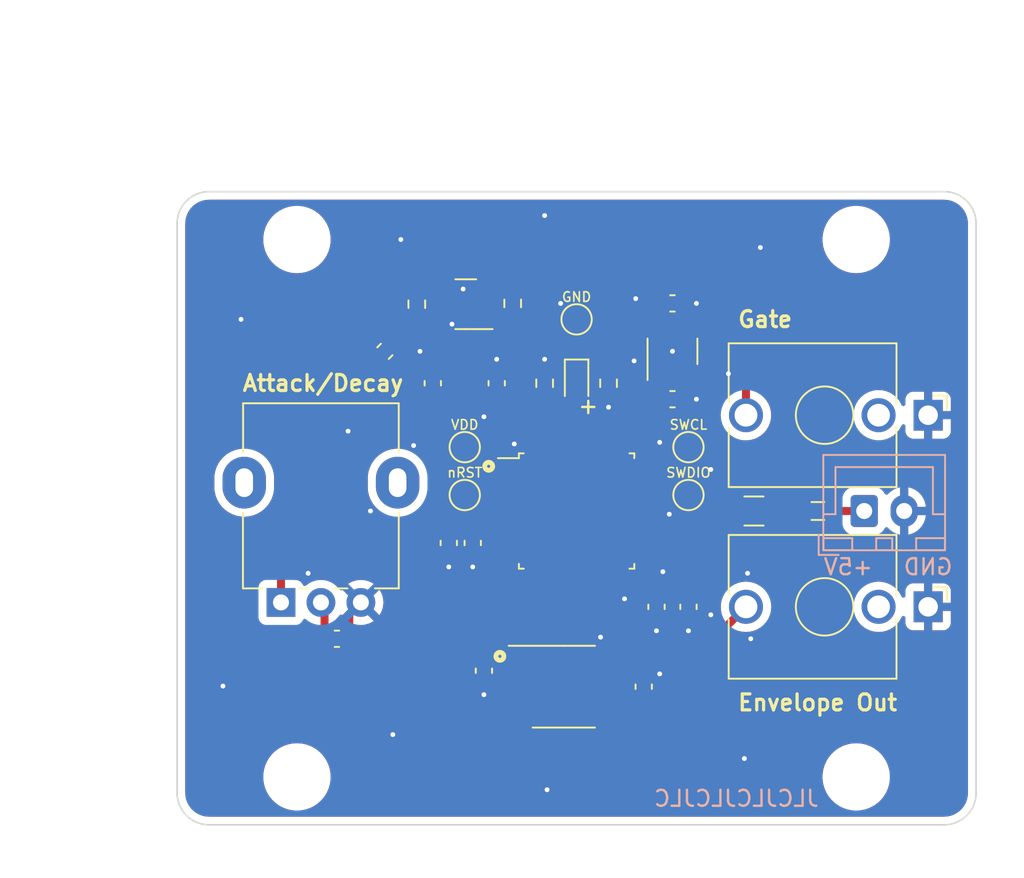
<source format=kicad_pcb>
(kicad_pcb (version 20211014) (generator pcbnew)
  (layers (0 "F.Cu" signal) (31 "B.Cu" signal) (34 "B.Paste" user) (35 "F.Paste" user) (36 "B.SilkS" user "B.Silkscreen") (37 "F.SilkS" user "F.Silkscreen") (38 "B.Mask" user) (39 "F.Mask" user) (44 "Edge.Cuts" user))
  (net 0 "")
  (net 3 "+3.3V")
  (net 6 "+3.3VA")
  (net 11 "GND")
  (net 22 "+5V")
  (net 23 "/nRST")
  (net 24 "/POT_ENV")
  (net 25 "Net-(F101-Pad1)")
  (net 26 "Net-(J103-Pad1)")
  (net 27 "Net-(J102-PadT)")
  (net 28 "/BOOT0")
  (net 29 "/SYS_SWCLK")
  (net 30 "/SYS_SWDIO")
  (net 31 "/DAC_SPI_MOSI")
  (net 32 "/DAC_SPI_SCK")
  (net 33 "/DAC_SPI_nSS")
  (net 34 "/DAC_SPI_nLDAC")
  (net 35 "Net-(D101-Pad1)")
  (net 36 "/LED")
  (net 37 "Net-(J101-PadT)")
  (net 38 "Net-(Q101-Pad1)")
  (net 39 "/GATE")
  (footprint "Fuse:Fuse_1206_3216Metric" (layer "F.Cu") (at 61.5 45.4 180)
    (fp_text reference "F101")
    (fp_text value "250mA")
    (fp_line (start -0.602064 -0.91) (end 0.602064 -0.91) (layer "F.SilkS") (width 0.12))
    (fp_line (start -0.602064 0.91) (end 0.602064 0.91) (layer "F.SilkS") (width 0.12))
    (pad "1" smd roundrect (at -1.4 0 180) (size 1.25 1.75) (layers "F.Cu" "F.Paste" "F.Mask") (roundrect_rratio 0.2) (net 25 "Net-(F101-Pad1)"))
    (pad "2" smd roundrect (at 1.4 0 180) (size 1.25 1.75) (layers "F.Cu" "F.Paste" "F.Mask") (roundrect_rratio 0.2) (net 22 "+5V"))
  )
  (footprint "Inductor_SMD:L_0805_2012Metric" (layer "F.Cu") (at 65.5 45.4 180)
    (property "Reference" "FB1")
    (property "Value" "600 @ 100MHz")
    (fp_text reference "FB101")
    (fp_text value "600 @ 100MHz")
    (fp_line (start -0.399622 0.56) (end 0.399622 0.56) (layer "F.SilkS") (width 0.12))
    (fp_line (start -0.399622 -0.56) (end 0.399622 -0.56) (layer "F.SilkS") (width 0.12))
    (pad "1" smd roundrect (at -1.0625 0 180) (size 0.875 1.2) (layers "F.Cu" "F.Paste" "F.Mask") (net 26 "Net-(J103-Pad1)"))
    (pad "2" smd roundrect (at 1.0625 0 180) (size 0.875 1.2) (layers "F.Cu" "F.Paste" "F.Mask") (net 25 "Net-(F101-Pad1)"))
  )
  (footprint "MountingHole:MountingHole_3.2mm_M3" (layer "F.Cu") (at 67.9 62.05)
    (fp_text reference "H103" hide)
    (fp_text value "MountingHole")
    (pad "" np_thru_hole circle (at 0 0) (size 3.2 3.2) (drill 3.2) (layers *.Cu *.Mask))
  )
  (footprint "Capacitor_SMD:C_0603_1608Metric" (layer "F.Cu") (at 41.4 37.4 90)
    (fp_text reference "C105")
    (fp_text value "100nF")
    (fp_line (start -0.14058 -0.51) (end 0.14058 -0.51) (layer "F.SilkS") (width 0.12))
    (fp_line (start -0.14058 0.51) (end 0.14058 0.51) (layer "F.SilkS") (width 0.12))
    (pad "1" smd roundrect (at -0.775 0 90) (size 0.9 0.95) (layers "F.Cu" "F.Paste" "F.Mask") (net 23 "/nRST"))
    (pad "2" smd roundrect (at 0.775 0 90) (size 0.9 0.95) (layers "F.Cu" "F.Paste" "F.Mask") (net 11 "GND"))
  )
  (footprint "Capacitor_SMD:C_0603_1608Metric" (layer "F.Cu") (at 57.4 51.4 -90)
    (fp_text reference "C104")
    (fp_text value "4.7uF")
    (fp_line (start -0.14058 -0.51) (end 0.14058 -0.51) (layer "F.SilkS") (width 0.12))
    (fp_line (start -0.14058 0.51) (end 0.14058 0.51) (layer "F.SilkS") (width 0.12))
    (pad "1" smd roundrect (at -0.775 0 270) (size 0.9 0.95) (layers "F.Cu" "F.Paste" "F.Mask") (net 3 "+3.3V"))
    (pad "2" smd roundrect (at 0.775 0 270) (size 0.9 0.95) (layers "F.Cu" "F.Paste" "F.Mask") (net 11 "GND"))
  )
  (footprint "Connector_Audio:Jack_3.5mm_QingPu_WQP-PJ398SM_Vertical_CircularHoles" (layer "F.Cu") (at 72.4 39.4 -90)
    (fp_text reference "J101")
    (fp_text value "GATE IN")
    (fp_line (start 4.5 12.48) (end 0.8 12.48) (layer "F.SilkS") (width 0.12))
    (fp_line (start -4.5 1.98) (end -4.5 12.48) (layer "F.SilkS") (width 0.12))
    (fp_line (start 4.5 1.98) (end 0.72 1.98) (layer "F.SilkS") (width 0.12))
    (fp_line (start -1.23 -1.17) (end -0.37 -1.17) (layer "F.SilkS") (width 0.12))
    (fp_line (start -1.23 -1.17) (end -1.23 -0.37) (layer "F.SilkS") (width 0.12))
    (fp_line (start 4.5 1.98) (end 4.5 12.48) (layer "F.SilkS") (width 0.12))
    (fp_line (start -0.8 12.48) (end -4.5 12.48) (layer "F.SilkS") (width 0.12))
    (fp_line (start -0.72 1.98) (end -4.5 1.98) (layer "F.SilkS") (width 0.12))
    (fp_circle (center 0 6.48) (end 1.8 6.48) (layer "F.SilkS") (width 0.12) (fill none))
    (pad "S" thru_hole rect (at 0 0 90) (size 1.93 1.83) (drill 1.22) (layers *.Cu *.Mask) (net 11 "GND"))
    (pad "T" thru_hole circle (at 0 11.4 90) (size 2.13 2.13) (drill 1.43) (layers *.Cu *.Mask) (net 37 "Net-(J101-PadT)"))
    (pad "TN" thru_hole circle (at 0 3.1 90) (size 2.13 2.13) (drill 1.42) (layers *.Cu *.Mask))
    (zone (net 0) (net_name "") (layer "F.Cu") (connect_pads (clearance 0)) (min_thickness 0.254)
      (keepout (tracks not_allowed) (vias not_allowed) (pads not_allowed) (copperpour not_allowed) (footprints not_allowed))
      (fill (thermal_gap 0.508) (thermal_bridge_width 0.508))
      (polygon (pts (xy 65.92 40.905141) (xy 66.165829 40.88493) (xy 66.405055 40.824841) (xy 66.631256 40.726486) (xy 66.838355 40.592508) (xy 67.02079 40.426504) (xy 67.173664 40.232932) (xy 67.292869 40.016992) (xy 67.375206 39.784482) (xy 67.418461 39.541646) (xy 67.421475 39.295007) (xy 67.384165 39.051187) (xy 67.307534 38.816734) (xy 67.19364 38.597946) (xy 67.045542 38.400697) (xy 66.867216 38.230286) (xy 66.663452 38.091288) (xy 66.439722 37.987436) (xy 66.202035 37.921519) (xy 65.956774 37.895308) (xy 65.710525 37.909507) (xy 65.469901 37.963734) (xy 65.241366 38.056532) (xy 65.031055 38.185411) (xy 64.844618 38.346908) (xy 64.687061 38.536687) (xy 64.562615 38.74965) (xy 64.474623 38.980079) (xy 64.425447 39.221785) (xy 64.416408 39.468278) (xy 64.44775 39.712936) (xy 64.51863 39.949191) (xy 64.627144 40.170697) (xy 64.770379 40.371505) (xy 64.944488 40.546223) (xy 65.144795 40.690158) (xy 65.365921 40.799445) (xy 65.601926 40.871149) (xy 65.846474 40.903344)))
    )
  )
  (footprint "TestPoint:TestPoint_Pad_D1.5mm" (layer "F.Cu") (at 50.4 33.4)
    (fp_text reference "TP103")
    (fp_text value "GND")
    (fp_circle (center 0 0) (end 0 0.95) (layer "F.SilkS") (width 0.12) (fill none))
    (pad "1" smd circle (at 0 0) (size 1.5 1.5) (layers "F.Cu" "F.Mask") (net 11 "GND"))
  )
  (footprint "Connector_Audio:Jack_3.5mm_QingPu_WQP-PJ398SM_Vertical_CircularHoles" (layer "F.Cu") (at 72.4 51.4 -90)
    (fp_text reference "J102")
    (fp_text value "ENV_OUT")
    (fp_line (start -1.23 -1.17) (end -1.23 -0.37) (layer "F.SilkS") (width 0.12))
    (fp_line (start -1.23 -1.17) (end -0.37 -1.17) (layer "F.SilkS") (width 0.12))
    (fp_line (start 4.5 1.98) (end 0.72 1.98) (layer "F.SilkS") (width 0.12))
    (fp_line (start -4.5 1.98) (end -4.5 12.48) (layer "F.SilkS") (width 0.12))
    (fp_line (start 4.5 1.98) (end 4.5 12.48) (layer "F.SilkS") (width 0.12))
    (fp_line (start -0.8 12.48) (end -4.5 12.48) (layer "F.SilkS") (width 0.12))
    (fp_line (start 4.5 12.48) (end 0.8 12.48) (layer "F.SilkS") (width 0.12))
    (fp_line (start -0.72 1.98) (end -4.5 1.98) (layer "F.SilkS") (width 0.12))
    (fp_circle (center 0 6.48) (end 1.8 6.48) (layer "F.SilkS") (width 0.12) (fill none))
    (pad "S" thru_hole rect (at 0 0 90) (size 1.93 1.83) (drill 1.22) (layers *.Cu *.Mask) (net 11 "GND"))
    (pad "T" thru_hole circle (at 0 11.4 90) (size 2.13 2.13) (drill 1.43) (layers *.Cu *.Mask) (net 27 "Net-(J102-PadT)"))
    (pad "TN" thru_hole circle (at 0 3.1 90) (size 2.13 2.13) (drill 1.42) (layers *.Cu *.Mask))
    (zone (net 0) (net_name "") (layer "F.Cu") (connect_pads (clearance 0)) (min_thickness 0.254)
      (keepout (tracks not_allowed) (vias not_allowed) (pads not_allowed) (copperpour not_allowed) (footprints not_allowed))
      (fill (thermal_gap 0.508) (thermal_bridge_width 0.508))
      (polygon (pts (xy 65.92 52.905141) (xy 66.165829 52.88493) (xy 66.405055 52.824841) (xy 66.631256 52.726486) (xy 66.838355 52.592508) (xy 67.02079 52.426504) (xy 67.173664 52.232932) (xy 67.292869 52.016992) (xy 67.375206 51.784482) (xy 67.418461 51.541646) (xy 67.421475 51.295007) (xy 67.384165 51.051187) (xy 67.307534 50.816734) (xy 67.19364 50.597946) (xy 67.045542 50.400697) (xy 66.867216 50.230286) (xy 66.663452 50.091288) (xy 66.439722 49.987436) (xy 66.202035 49.921519) (xy 65.956774 49.895308) (xy 65.710525 49.909507) (xy 65.469901 49.963734) (xy 65.241366 50.056532) (xy 65.031055 50.185411) (xy 64.844618 50.346908) (xy 64.687061 50.536687) (xy 64.562615 50.74965) (xy 64.474623 50.980079) (xy 64.425447 51.221785) (xy 64.416408 51.468278) (xy 64.44775 51.712936) (xy 64.51863 51.949191) (xy 64.627144 52.170697) (xy 64.770379 52.371505) (xy 64.944488 52.546223) (xy 65.144795 52.690158) (xy 65.365921 52.799445) (xy 65.601926 52.871149) (xy 65.846474 52.903344)))
    )
  )
  (footprint "Inductor_SMD:L_0603_1608Metric" (layer "F.Cu") (at 38.4 35.4 -135)
    (fp_text reference "L101")
    (fp_text value "39nH")
    (fp_line (start -0.162779 0.51) (end 0.162779 0.51) (layer "F.SilkS") (width 0.12))
    (fp_line (start -0.162779 -0.51) (end 0.162779 -0.51) (layer "F.SilkS") (width 0.12))
    (pad "1" smd roundrect (at -0.7875 0 225) (size 0.875 0.95) (layers "F.Cu" "F.Paste" "F.Mask") (net 3 "+3.3V"))
    (pad "2" smd roundrect (at 0.7875 0 225) (size 0.875 0.95) (layers "F.Cu" "F.Paste" "F.Mask") (net 6 "+3.3VA"))
  )
  (footprint "Capacitor_SMD:C_0603_1608Metric" (layer "F.Cu") (at 35.4 53.4)
    (fp_text reference "C109")
    (fp_text value "100nF")
    (fp_line (start -0.14058 -0.51) (end 0.14058 -0.51) (layer "F.SilkS") (width 0.12))
    (fp_line (start -0.14058 0.51) (end 0.14058 0.51) (layer "F.SilkS") (width 0.12))
    (pad "1" smd roundrect (at -0.775 0) (size 0.9 0.95) (layers "F.Cu" "F.Paste" "F.Mask") (net 24 "/POT_ENV"))
    (pad "2" smd roundrect (at 0.775 0) (size 0.9 0.95) (layers "F.Cu" "F.Paste" "F.Mask") (net 11 "GND"))
  )
  (footprint "TestPoint:TestPoint_Pad_D1.5mm" (layer "F.Cu") (at 57.4 41.4)
    (fp_text reference "TP102")
    (fp_text value "SWCLK")
    (fp_circle (center 0 0) (end 0 0.95) (layer "F.SilkS") (width 0.12) (fill none))
    (pad "1" smd circle (at 0 0) (size 1.5 1.5) (layers "F.Cu" "F.Mask") (net 29 "/SYS_SWCLK"))
  )
  (footprint "Capacitor_SMD:C_0603_1608Metric" (layer "F.Cu") (at 54.6 56.4 90)
    (fp_text reference "C111")
    (fp_text value "100nF")
    (fp_line (start -0.14058 -0.51) (end 0.14058 -0.51) (layer "F.SilkS") (width 0.12))
    (fp_line (start -0.14058 0.51) (end 0.14058 0.51) (layer "F.SilkS") (width 0.12))
    (pad "1" smd roundrect (at -0.775 0 90) (size 0.9 0.95) (layers "F.Cu" "F.Paste" "F.Mask") (net 22 "+5V"))
    (pad "2" smd roundrect (at 0.775 0 90) (size 0.9 0.95) (layers "F.Cu" "F.Paste" "F.Mask") (net 11 "GND"))
  )
  (footprint "Capacitor_SMD:C_0603_1608Metric" (layer "F.Cu") (at 42.4 47.4 -90)
    (fp_text reference "C102")
    (fp_text value "10nF")
    (fp_line (start -0.14058 0.51) (end 0.14058 0.51) (layer "F.SilkS") (width 0.12))
    (fp_line (start -0.14058 -0.51) (end 0.14058 -0.51) (layer "F.SilkS") (width 0.12))
    (pad "1" smd roundrect (at -0.775 0 270) (size 0.9 0.95) (layers "F.Cu" "F.Paste" "F.Mask") (net 6 "+3.3VA"))
    (pad "2" smd roundrect (at 0.775 0 270) (size 0.9 0.95) (layers "F.Cu" "F.Paste" "F.Mask") (net 11 "GND"))
  )
  (footprint "Capacitor_SMD:C_0603_1608Metric" (layer "F.Cu") (at 55.4 51.4 -90)
    (fp_text reference "C106")
    (fp_text value "100nF")
    (fp_line (start -0.14058 -0.51) (end 0.14058 -0.51) (layer "F.SilkS") (width 0.12))
    (fp_line (start -0.14058 0.51) (end 0.14058 0.51) (layer "F.SilkS") (width 0.12))
    (pad "1" smd roundrect (at -0.775 0 270) (size 0.9 0.95) (layers "F.Cu" "F.Paste" "F.Mask") (net 3 "+3.3V"))
    (pad "2" smd roundrect (at 0.775 0 270) (size 0.9 0.95) (layers "F.Cu" "F.Paste" "F.Mask") (net 11 "GND"))
  )
  (footprint "TestPoint:TestPoint_Pad_D1.5mm" (layer "F.Cu") (at 43.4 41.4)
    (fp_text reference "TP101")
    (fp_text value "VDD")
    (fp_circle (center 0 0) (end 0 0.95) (layer "F.SilkS") (width 0.12) (fill none))
    (pad "1" smd circle (at 0 0) (size 1.5 1.5) (layers "F.Cu" "F.Mask") (net 3 "+3.3V"))
  )
  (footprint "Package_TO_SOT_SMD:SOT-23" (layer "F.Cu") (at 43.4625 32.45 180)
    (fp_text reference "Q101")
    (fp_text value "MMBT3904")
    (fp_line (start 0 1.56) (end 0.65 1.56) (layer "F.SilkS") (width 0.12))
    (fp_line (start 0 -1.56) (end -1.675 -1.56) (layer "F.SilkS") (width 0.12))
    (fp_line (start 0 -1.56) (end 0.65 -1.56) (layer "F.SilkS") (width 0.12))
    (fp_line (start 0 1.56) (end -0.65 1.56) (layer "F.SilkS") (width 0.12))
    (pad "1" smd roundrect (at -0.9375 -0.95 180) (size 1.475 0.6) (layers "F.Cu" "F.Paste" "F.Mask") (net 38 "Net-(Q101-Pad1)"))
    (pad "2" smd roundrect (at -0.9375 0.95 180) (size 1.475 0.6) (layers "F.Cu" "F.Paste" "F.Mask") (net 11 "GND"))
    (pad "3" smd roundrect (at 0.9375 0 180) (size 1.475 0.6) (layers "F.Cu" "F.Paste" "F.Mask") (net 39 "/GATE"))
  )
  (footprint "MountingHole:MountingHole_3.2mm_M3" (layer "F.Cu") (at 67.9 28.4)
    (fp_text reference "H102" hide)
    (fp_text value "MountingHole")
    (pad "" np_thru_hole circle (at 0 0) (size 3.2 3.2) (drill 3.2) (layers *.Cu *.Mask))
  )
  (footprint "TestPoint:TestPoint_Pad_D1.5mm" (layer "F.Cu") (at 43.4 44.4)
    (fp_text reference "TP105")
    (fp_text value "nRST")
    (fp_circle (center 0 0) (end 0 0.95) (layer "F.SilkS") (width 0.12) (fill none))
    (pad "1" smd circle (at 0 0) (size 1.5 1.5) (layers "F.Cu" "F.Mask") (net 23 "/nRST"))
  )
  (footprint "Resistor_SMD:R_0603_1608Metric" (layer "F.Cu") (at 46.4 32.4 -90)
    (fp_text reference "R103")
    (fp_text value "100k")
    (fp_line (start -0.237258 -0.5225) (end 0.237258 -0.5225) (layer "F.SilkS") (width 0.12))
    (fp_line (start -0.237258 0.5225) (end 0.237258 0.5225) (layer "F.SilkS") (width 0.12))
    (pad "1" smd roundrect (at -0.825 0 270) (size 0.8 0.95) (layers "F.Cu" "F.Paste" "F.Mask") (net 37 "Net-(J101-PadT)"))
    (pad "2" smd roundrect (at 0.825 0 270) (size 0.8 0.95) (layers "F.Cu" "F.Paste" "F.Mask") (net 38 "Net-(Q101-Pad1)"))
  )
  (footprint "Capacitor_SMD:C_0603_1608Metric" (layer "F.Cu") (at 45.4 37.4 90)
    (fp_text reference "C107")
    (fp_text value "100nF")
    (fp_line (start -0.14058 -0.51) (end 0.14058 -0.51) (layer "F.SilkS") (width 0.12))
    (fp_line (start -0.14058 0.51) (end 0.14058 0.51) (layer "F.SilkS") (width 0.12))
    (pad "1" smd roundrect (at -0.775 0 90) (size 0.9 0.95) (layers "F.Cu" "F.Paste" "F.Mask") (net 3 "+3.3V"))
    (pad "2" smd roundrect (at 0.775 0 90) (size 0.9 0.95) (layers "F.Cu" "F.Paste" "F.Mask") (net 11 "GND"))
  )
  (footprint "Capacitor_SMD:C_0603_1608Metric" (layer "F.Cu") (at 44.6 55.4 -90)
    (fp_text reference "C110")
    (fp_text value "100nF")
    (fp_line (start -0.14058 0.51) (end 0.14058 0.51) (layer "F.SilkS") (width 0.12))
    (fp_line (start -0.14058 -0.51) (end 0.14058 -0.51) (layer "F.SilkS") (width 0.12))
    (pad "1" smd roundrect (at -0.775 0 270) (size 0.9 0.95) (layers "F.Cu" "F.Paste" "F.Mask") (net 22 "+5V"))
    (pad "2" smd roundrect (at 0.775 0 270) (size 0.9 0.95) (layers "F.Cu" "F.Paste" "F.Mask") (net 11 "GND"))
  )
  (footprint "Capacitor_SMD:C_0603_1608Metric" (layer "F.Cu") (at 56.4 38.4)
    (fp_text reference "C103")
    (fp_text value "1uF")
    (fp_line (start -0.14058 0.51) (end 0.14058 0.51) (layer "F.SilkS") (width 0.12))
    (fp_line (start -0.14058 -0.51) (end 0.14058 -0.51) (layer "F.SilkS") (width 0.12))
    (pad "1" smd roundrect (at -0.775 0) (size 0.9 0.95) (layers "F.Cu" "F.Paste" "F.Mask") (net 22 "+5V"))
    (pad "2" smd roundrect (at 0.775 0) (size 0.9 0.95) (layers "F.Cu" "F.Paste" "F.Mask") (net 11 "GND"))
  )
  (footprint "Package_QFP:LQFP-32_7x7mm_P0.8mm" (layer "F.Cu") (at 50.4 45.4)
    (fp_text reference "U101")
    (fp_text value "STM32F030K6T6")
    (fp_line (start -3.61 3.61) (end -3.61 3.31) (layer "F.SilkS") (width 0.12))
    (fp_line (start 3.31 -3.61) (end 3.61 -3.61) (layer "F.SilkS") (width 0.12))
    (fp_line (start -3.31 -3.61) (end -3.61 -3.61) (layer "F.SilkS") (width 0.12))
    (fp_line (start -3.61 -3.31) (end -4.925 -3.31) (layer "F.SilkS") (width 0.12))
    (fp_line (start 3.61 3.61) (end 3.61 3.31) (layer "F.SilkS") (width 0.12))
    (fp_line (start -3.31 3.61) (end -3.61 3.61) (layer "F.SilkS") (width 0.12))
    (fp_line (start 3.31 3.61) (end 3.61 3.61) (layer "F.SilkS") (width 0.12))
    (fp_line (start 3.61 -3.61) (end 3.61 -3.31) (layer "F.SilkS") (width 0.12))
    (fp_line (start -3.61 -3.61) (end -3.61 -3.31) (layer "F.SilkS") (width 0.12))
    (pad "1" smd roundrect (at -4.175 -2.8) (size 1.5 0.5) (layers "F.Cu" "F.Paste" "F.Mask") (net 3 "+3.3V"))
    (pad "2" smd roundrect (at -4.175 -2) (size 1.5 0.5) (layers "F.Cu" "F.Paste" "F.Mask"))
    (pad "3" smd roundrect (at -4.175 -1.2) (size 1.5 0.5) (layers "F.Cu" "F.Paste" "F.Mask"))
    (pad "4" smd roundrect (at -4.175 -0.4) (size 1.5 0.5) (layers "F.Cu" "F.Paste" "F.Mask") (net 23 "/nRST"))
    (pad "5" smd roundrect (at -4.175 0.4) (size 1.5 0.5) (layers "F.Cu" "F.Paste" "F.Mask") (net 6 "+3.3VA"))
    (pad "6" smd roundrect (at -4.175 1.2) (size 1.5 0.5) (layers "F.Cu" "F.Paste" "F.Mask") (net 24 "/POT_ENV"))
    (pad "7" smd roundrect (at -4.175 2) (size 1.5 0.5) (layers "F.Cu" "F.Paste" "F.Mask"))
    (pad "8" smd roundrect (at -4.175 2.8) (size 1.5 0.5) (layers "F.Cu" "F.Paste" "F.Mask") (net 39 "/GATE"))
    (pad "9" smd roundrect (at -2.8 4.175) (size 0.5 1.5) (layers "F.Cu" "F.Paste" "F.Mask") (net 33 "/DAC_SPI_nSS"))
    (pad "10" smd roundrect (at -2 4.175) (size 0.5 1.5) (layers "F.Cu" "F.Paste" "F.Mask"))
    (pad "11" smd roundrect (at -1.2 4.175) (size 0.5 1.5) (layers "F.Cu" "F.Paste" "F.Mask") (net 32 "/DAC_SPI_SCK"))
    (pad "12" smd roundrect (at -0.4 4.175) (size 0.5 1.5) (layers "F.Cu" "F.Paste" "F.Mask"))
    (pad "13" smd roundrect (at 0.4 4.175) (size 0.5 1.5) (layers "F.Cu" "F.Paste" "F.Mask") (net 31 "/DAC_SPI_MOSI"))
    (pad "14" smd roundrect (at 1.2 4.175) (size 0.5 1.5) (layers "F.Cu" "F.Paste" "F.Mask"))
    (pad "15" smd roundrect (at 2 4.175) (size 0.5 1.5) (layers "F.Cu" "F.Paste" "F.Mask") (net 34 "/DAC_SPI_nLDAC"))
    (pad "16" smd roundrect (at 2.8 4.175) (size 0.5 1.5) (layers "F.Cu" "F.Paste" "F.Mask") (net 11 "GND"))
    (pad "17" smd roundrect (at 4.175 2.8) (size 1.5 0.5) (layers "F.Cu" "F.Paste" "F.Mask") (net 3 "+3.3V"))
    (pad "18" smd roundrect (at 4.175 2) (size 1.5 0.5) (layers "F.Cu" "F.Paste" "F.Mask"))
    (pad "19" smd roundrect (at 4.175 1.2) (size 1.5 0.5) (layers "F.Cu" "F.Paste" "F.Mask"))
    (pad "20" smd roundrect (at 4.175 0.4) (size 1.5 0.5) (layers "F.Cu" "F.Paste" "F.Mask"))
    (pad "21" smd roundrect (at 4.175 -0.4) (size 1.5 0.5) (layers "F.Cu" "F.Paste" "F.Mask"))
    (pad "22" smd roundrect (at 4.175 -1.2) (size 1.5 0.5) (layers "F.Cu" "F.Paste" "F.Mask"))
    (pad "23" smd roundrect (at 4.175 -2) (size 1.5 0.5) (layers "F.Cu" "F.Paste" "F.Mask") (net 30 "/SYS_SWDIO"))
    (pad "24" smd roundrect (at 4.175 -2.8) (size 1.5 0.5) (layers "F.Cu" "F.Paste" "F.Mask") (net 29 "/SYS_SWCLK"))
    (pad "25" smd roundrect (at 2.8 -4.175) (size 0.5 1.5) (layers "F.Cu" "F.Paste" "F.Mask"))
    (pad "26" smd roundrect (at 2 -4.175) (size 0.5 1.5) (layers "F.Cu" "F.Paste" "F.Mask"))
    (pad "27" smd roundrect (at 1.2 -4.175) (size 0.5 1.5) (layers "F.Cu" "F.Paste" "F.Mask") (net 36 "/LED"))
    (pad "28" smd roundrect (at 0.4 -4.175) (size 0.5 1.5) (layers "F.Cu" "F.Paste" "F.Mask"))
    (pad "29" smd roundrect (at -0.4 -4.175) (size 0.5 1.5) (layers "F.Cu" "F.Paste" "F.Mask"))
    (pad "30" smd roundrect (at -1.2 -4.175) (size 0.5 1.5) (layers "F.Cu" "F.Paste" "F.Mask"))
    (pad "31" smd roundrect (at -2 -4.175) (size 0.5 1.5) (layers "F.Cu" "F.Paste" "F.Mask") (net 28 "/BOOT0"))
    (pad "32" smd roundrect (at -2.8 -4.175) (size 0.5 1.5) (layers "F.Cu" "F.Paste" "F.Mask") (net 11 "GND"))
  )
  (footprint "Capacitor_SMD:C_0603_1608Metric" (layer "F.Cu") (at 56.4 32.4)
    (fp_text reference "C108")
    (fp_text value "1uF")
    (fp_line (start -0.14058 -0.51) (end 0.14058 -0.51) (layer "F.SilkS") (width 0.12))
    (fp_line (start -0.14058 0.51) (end 0.14058 0.51) (layer "F.SilkS") (width 0.12))
    (pad "1" smd roundrect (at -0.775 0) (size 0.9 0.95) (layers "F.Cu" "F.Paste" "F.Mask") (net 3 "+3.3V"))
    (pad "2" smd roundrect (at 0.775 0) (size 0.9 0.95) (layers "F.Cu" "F.Paste" "F.Mask") (net 11 "GND"))
  )
  (footprint "Capacitor_SMD:C_0603_1608Metric" (layer "F.Cu") (at 43.9 47.4 -90)
    (fp_text reference "C101")
    (fp_text value "1uF")
    (fp_line (start -0.14058 -0.51) (end 0.14058 -0.51) (layer "F.SilkS") (width 0.12))
    (fp_line (start -0.14058 0.51) (end 0.14058 0.51) (layer "F.SilkS") (width 0.12))
    (pad "1" smd roundrect (at -0.775 0 270) (size 0.9 0.95) (layers "F.Cu" "F.Paste" "F.Mask") (net 6 "+3.3VA"))
    (pad "2" smd roundrect (at 0.775 0 270) (size 0.9 0.95) (layers "F.Cu" "F.Paste" "F.Mask") (net 11 "GND"))
  )
  (footprint "MountingHole:MountingHole_3.2mm_M3" (layer "F.Cu") (at 32.9 62.05)
    (fp_text reference "H104" hide)
    (fp_text value "MountingHole")
    (pad "" np_thru_hole circle (at 0 0) (size 3.2 3.2) (drill 3.2) (layers *.Cu *.Mask))
  )
  (footprint "Potentiometer_THT:Potentiometer_Alpha_RD901F-40-00D_Single_Vertical" (layer "F.Cu") (at 31.9 51.125 90)
    (fp_text reference "RV101")
    (fp_text value "ENV")
    (fp_line (start 12.47 7.37) (end 12.47 -2.37) (layer "F.SilkS") (width 0.12))
    (fp_line (start 0.88 4.16) (end 0.88 3.33) (layer "F.SilkS") (width 0.12))
    (fp_line (start 9.41 7.37) (end 12.47 7.37) (layer "F.SilkS") (width 0.12))
    (fp_line (start 0.88 -1.19) (end 0.88 -2.37) (layer "F.SilkS") (width 0.12))
    (fp_line (start 0.88 -2.38) (end 5.6 -2.38) (layer "F.SilkS") (width 0.12))
    (fp_line (start 9.41 -2.37) (end 12.47 -2.37) (layer "F.SilkS") (width 0.12))
    (fp_line (start 0.88 7.37) (end 0.88 5.88) (layer "F.SilkS") (width 0.12))
    (fp_line (start 0.88 7.37) (end 5.6 7.37) (layer "F.SilkS") (width 0.12))
    (fp_line (start 0.88 1.71) (end 0.88 1.18) (layer "F.SilkS") (width 0.12))
    (pad "" thru_hole oval (at 7.5 7.3 180) (size 2.72 3.24) (drill oval 1.1 1.8) (layers *.Cu *.Mask))
    (pad "" thru_hole oval (at 7.5 -2.3 180) (size 2.72 3.24) (drill oval 1.1 1.8) (layers *.Cu *.Mask))
    (pad "1" thru_hole rect (at 0 0 180) (size 1.8 1.8) (drill 1) (layers *.Cu *.Mask) (net 6 "+3.3VA"))
    (pad "2" thru_hole circle (at 0 2.5 180) (size 1.8 1.8) (drill 1) (layers *.Cu *.Mask) (net 24 "/POT_ENV"))
    (pad "3" thru_hole circle (at 0 5 180) (size 1.8 1.8) (drill 1) (layers *.Cu *.Mask) (net 11 "GND"))
  )
  (footprint "Package_TO_SOT_SMD:SOT-23-5" (layer "F.Cu") (at 56.4 35.4 90)
    (fp_text reference "U103")
    (fp_text value "BU33SD5WG-TR")
    (fp_line (start 0 1.56) (end 0.8 1.56) (layer "F.SilkS") (width 0.12))
    (fp_line (start 0 -1.56) (end -1.8 -1.56) (layer "F.SilkS") (width 0.12))
    (fp_line (start 0 1.56) (end -0.8 1.56) (layer "F.SilkS") (width 0.12))
    (fp_line (start 0 -1.56) (end 0.8 -1.56) (layer "F.SilkS") (width 0.12))
    (pad "1" smd roundrect (at -1.1375 -0.95 90) (size 1.325 0.6) (layers "F.Cu" "F.Paste" "F.Mask") (net 22 "+5V"))
    (pad "2" smd roundrect (at -1.1375 0 90) (size 1.325 0.6) (layers "F.Cu" "F.Paste" "F.Mask") (net 11 "GND"))
    (pad "3" smd roundrect (at -1.1375 0.95 90) (size 1.325 0.6) (layers "F.Cu" "F.Paste" "F.Mask") (net 22 "+5V"))
    (pad "4" smd roundrect (at 1.1375 0.95 90) (size 1.325 0.6) (layers "F.Cu" "F.Paste" "F.Mask"))
    (pad "5" smd roundrect (at 1.1375 -0.95 90) (size 1.325 0.6) (layers "F.Cu" "F.Paste" "F.Mask") (net 3 "+3.3V"))
  )
  (footprint "TestPoint:TestPoint_Pad_D1.5mm" (layer "F.Cu") (at 57.4 44.4)
    (fp_text reference "TP104")
    (fp_text value "SWDIO")
    (fp_circle (center 0 0) (end 0 0.95) (layer "F.SilkS") (width 0.12) (fill none))
    (pad "1" smd circle (at 0 0) (size 1.5 1.5) (layers "F.Cu" "F.Mask") (net 30 "/SYS_SWDIO"))
  )
  (footprint "Resistor_SMD:R_0603_1608Metric" (layer "F.Cu") (at 40.4 32.45 90)
    (fp_text reference "R104")
    (fp_text value "10k")
    (fp_line (start -0.237258 0.5225) (end 0.237258 0.5225) (layer "F.SilkS") (width 0.12))
    (fp_line (start -0.237258 -0.5225) (end 0.237258 -0.5225) (layer "F.SilkS") (width 0.12))
    (pad "1" smd roundrect (at -0.825 0 90) (size 0.8 0.95) (layers "F.Cu" "F.Paste" "F.Mask") (net 3 "+3.3V"))
    (pad "2" smd roundrect (at 0.825 0 90) (size 0.8 0.95) (layers "F.Cu" "F.Paste" "F.Mask") (net 39 "/GATE"))
  )
  (footprint "Resistor_SMD:R_0603_1608Metric" (layer "F.Cu") (at 48.4 37.4 90)
    (fp_text reference "R101")
    (fp_text value "100k")
    (fp_line (start -0.237258 0.5225) (end 0.237258 0.5225) (layer "F.SilkS") (width 0.12))
    (fp_line (start -0.237258 -0.5225) (end 0.237258 -0.5225) (layer "F.SilkS") (width 0.12))
    (pad "1" smd roundrect (at -0.825 0 90) (size 0.8 0.95) (layers "F.Cu" "F.Paste" "F.Mask") (net 28 "/BOOT0"))
    (pad "2" smd roundrect (at 0.825 0 90) (size 0.8 0.95) (layers "F.Cu" "F.Paste" "F.Mask") (net 11 "GND"))
  )
  (footprint "LED_SMD:LED_0603_1608Metric" (layer "F.Cu") (at 50.4 37.4 -90)
    (fp_text reference "D101")
    (fp_text value "GREEN")
    (fp_line (start -1.485 -0.735) (end -1.485 0.735) (layer "F.SilkS") (width 0.12))
    (fp_line (start 0.8 -0.735) (end -1.485 -0.735) (layer "F.SilkS") (width 0.12))
    (fp_line (start -1.485 0.735) (end 0.8 0.735) (layer "F.SilkS") (width 0.12))
    (pad "1" smd roundrect (at -0.7875 0 270) (size 0.875 0.95) (layers "F.Cu" "F.Paste" "F.Mask") (net 35 "Net-(D101-Pad1)"))
    (pad "2" smd roundrect (at 0.7875 0 270) (size 0.875 0.95) (layers "F.Cu" "F.Paste" "F.Mask") (net 36 "/LED"))
  )
  (footprint "Package_SO:SOIC-8_3.9x4.9mm_P1.27mm" (layer "F.Cu") (at 49.6 56.4)
    (fp_text reference "U102")
    (fp_text value "MCP4901-E/SN")
    (fp_line (start 0 2.56) (end 1.95 2.56) (layer "F.SilkS") (width 0.12))
    (fp_line (start 0 -2.56) (end 1.95 -2.56) (layer "F.SilkS") (width 0.12))
    (fp_line (start 0 2.56) (end -1.95 2.56) (layer "F.SilkS") (width 0.12))
    (fp_line (start 0 -2.56) (end -3.45 -2.56) (layer "F.SilkS") (width 0.12))
    (pad "1" smd roundrect (at -2.475 -1.905) (size 1.95 0.6) (layers "F.Cu" "F.Paste" "F.Mask") (net 22 "+5V"))
    (pad "2" smd roundrect (at -2.475 -0.635) (size 1.95 0.6) (layers "F.Cu" "F.Paste" "F.Mask") (net 33 "/DAC_SPI_nSS"))
    (pad "3" smd roundrect (at -2.475 0.635) (size 1.95 0.6) (layers "F.Cu" "F.Paste" "F.Mask") (net 32 "/DAC_SPI_SCK"))
    (pad "4" smd roundrect (at -2.475 1.905) (size 1.95 0.6) (layers "F.Cu" "F.Paste" "F.Mask") (net 31 "/DAC_SPI_MOSI"))
    (pad "5" smd roundrect (at 2.475 1.905) (size 1.95 0.6) (layers "F.Cu" "F.Paste" "F.Mask") (net 34 "/DAC_SPI_nLDAC"))
    (pad "6" smd roundrect (at 2.475 0.635) (size 1.95 0.6) (layers "F.Cu" "F.Paste" "F.Mask") (net 22 "+5V"))
    (pad "7" smd roundrect (at 2.475 -0.635) (size 1.95 0.6) (layers "F.Cu" "F.Paste" "F.Mask") (net 11 "GND"))
    (pad "8" smd roundrect (at 2.475 -1.905) (size 1.95 0.6) (layers "F.Cu" "F.Paste" "F.Mask") (net 27 "Net-(J102-PadT)"))
  )
  (footprint "MountingHole:MountingHole_3.2mm_M3" (layer "F.Cu") (at 32.9 28.4)
    (fp_text reference "H101" hide)
    (fp_text value "MountingHole")
    (pad "" np_thru_hole circle (at 0 0) (size 3.2 3.2) (drill 3.2) (layers *.Cu *.Mask))
  )
  (footprint "Resistor_SMD:R_0603_1608Metric" (layer "F.Cu") (at 52.4 37.4 -90)
    (fp_text reference "R102")
    (fp_text value "1k")
    (fp_line (start -0.237258 0.5225) (end 0.237258 0.5225) (layer "F.SilkS") (width 0.12))
    (fp_line (start -0.237258 -0.5225) (end 0.237258 -0.5225) (layer "F.SilkS") (width 0.12))
    (pad "1" smd roundrect (at -0.825 0 270) (size 0.8 0.95) (layers "F.Cu" "F.Paste" "F.Mask") (net 35 "Net-(D101-Pad1)"))
    (pad "2" smd roundrect (at 0.825 0 270) (size 0.8 0.95) (layers "F.Cu" "F.Paste" "F.Mask") (net 11 "GND"))
  )
  (footprint "Connector_JST:JST_XH_B2B-XH-A_1x02_P2.50mm_Vertical" (layer "B.Cu") (at 68.4 45.4)
    (fp_text reference "J103")
    (fp_text value "POWER SUPPLY")
    (fp_line (start 0.75 2.45) (end 0.75 1.7) (layer "B.SilkS") (width 0.12))
    (fp_line (start -2.85 2.75) (end -2.85 1.5) (layer "B.SilkS") (width 0.12))
    (fp_line (start 0.75 1.7) (end 1.75 1.7) (layer "B.SilkS") (width 0.12))
    (fp_line (start 1.75 2.45) (end 0.75 2.45) (layer "B.SilkS") (width 0.12))
    (fp_line (start -1.8 0.2) (end -1.8 -2.75) (layer "B.SilkS") (width 0.12))
    (fp_line (start 5.05 1.7) (end 5.05 2.45) (layer "B.SilkS") (width 0.12))
    (fp_line (start -2.55 0.2) (end -1.8 0.2) (layer "B.SilkS") (width 0.12))
    (fp_line (start -0.75 1.7) (end -0.75 2.45) (layer "B.SilkS") (width 0.12))
    (fp_line (start 4.3 0.2) (end 4.3 -2.75) (layer "B.SilkS") (width 0.12))
    (fp_line (start 1.75 1.7) (end 1.75 2.45) (layer "B.SilkS") (width 0.12))
    (fp_line (start -2.55 2.45) (end -2.55 1.7) (layer "B.SilkS") (width 0.12))
    (fp_line (start -2.56 2.46) (end -2.56 -3.51) (layer "B.SilkS") (width 0.12))
    (fp_line (start -1.6 2.75) (end -2.85 2.75) (layer "B.SilkS") (width 0.12))
    (fp_line (start 5.06 -3.51) (end 5.06 2.46) (layer "B.SilkS") (width 0.12))
    (fp_line (start 4.3 -2.75) (end 1.25 -2.75) (layer "B.SilkS") (width 0.12))
    (fp_line (start -1.8 -2.75) (end 1.25 -2.75) (layer "B.SilkS") (width 0.12))
    (fp_line (start -2.55 1.7) (end -0.75 1.7) (layer "B.SilkS") (width 0.12))
    (fp_line (start 5.05 0.2) (end 4.3 0.2) (layer "B.SilkS") (width 0.12))
    (fp_line (start 5.05 2.45) (end 3.25 2.45) (layer "B.SilkS") (width 0.12))
    (fp_line (start 3.25 1.7) (end 5.05 1.7) (layer "B.SilkS") (width 0.12))
    (fp_line (start 5.06 2.46) (end -2.56 2.46) (layer "B.SilkS") (width 0.12))
    (fp_line (start -2.56 -3.51) (end 5.06 -3.51) (layer "B.SilkS") (width 0.12))
    (fp_line (start -0.75 2.45) (end -2.55 2.45) (layer "B.SilkS") (width 0.12))
    (fp_line (start 3.25 2.45) (end 3.25 1.7) (layer "B.SilkS") (width 0.12))
    (pad "1" thru_hole roundrect (at 0 0) (size 1.7 2) (drill 1) (layers *.Cu *.Mask) (roundrect_rratio 0.147059) (net 26 "Net-(J103-Pad1)"))
    (pad "2" thru_hole oval (at 2.5 0) (size 1.7 2) (drill 1) (layers *.Cu *.Mask) (net 11 "GND"))
  )
  (gr_circle (center 45.6 54.5) (end 45.7 54.5) (layer "F.SilkS") (width 0.3) (fill none))
  (gr_circle (center 44.9 42.6) (end 45 42.6) (layer "F.SilkS") (width 0.3) (fill none))
  (gr_line (start 27.4 25.4) (end 73.4 25.4) (layer "Edge.Cuts") (width 0.1))
  (gr_line (start 73.4 65.05) (end 27.4 65.05) (layer "Edge.Cuts") (width 0.1))
  (gr_line (start 25.4 27.4) (end 25.4 63.05) (layer "Edge.Cuts") (width 0.1))
  (gr_arc (start 27.4 65.05) (mid 25.985786 64.464214) (end 25.4 63.05) (layer "Edge.Cuts") (width 0.1))
  (gr_arc (start 75.4 63.05) (mid 74.814214 64.464214) (end 73.4 65.05) (layer "Edge.Cuts") (width 0.1))
  (gr_arc (start 25.4 27.4) (mid 25.985786 25.985786) (end 27.4 25.4) (layer "Edge.Cuts") (width 0.1))
  (gr_arc (start 73.4 25.4) (mid 74.814214 25.985786) (end 75.4 27.4) (layer "Edge.Cuts") (width 0.1))
  (gr_line (start 75.4 27.4) (end 75.4 63.05) (layer "Edge.Cuts") (width 0.1))
  (gr_text "+5V\n" (at 67.4 48.9) (layer "B.SilkS") (effects (font (size 1 1)) (justify mirror)))
  (gr_text "GND" (at 72.4 48.9) (layer "B.SilkS") (effects (font (size 1 1)) (justify mirror)))
  (gr_text "JLCJLCJLCJLC" (at 60.4 63.4) (layer "B.SilkS") (effects (font (size 1 1)) (justify mirror)))
  (gr_text "Envelope Out" (at 60.4 57.4) (layer "F.SilkS") (effects (font (size 1 1) (thickness 0.2)) (justify left)))
  (gr_text "Attack/Decay" (at 29.4 37.4) (layer "F.SilkS") (effects (font (size 1 1) (thickness 0.2)) (justify left)))
  (gr_text "VDD" (at 43.4 40) (layer "F.SilkS") (effects (font (size 0.6 0.6) (thickness 0.1))))
  (gr_text "SWDIO" (at 57.4 43) (layer "F.SilkS") (effects (font (size 0.6 0.6) (thickness 0.1))))
  (gr_text "GND" (at 50.4 32) (layer "F.SilkS") (effects (font (size 0.6 0.6) (thickness 0.1))))
  (gr_text "Gate" (at 60.4 33.4) (layer "F.SilkS") (effects (font (size 1 1) (thickness 0.2)) (justify left)))
  (gr_text "SWCL" (at 57.4 40) (layer "F.SilkS") (effects (font (size 0.6 0.6) (thickness 0.1))))
  (gr_text "+" (at 51.13 38.81) (layer "F.SilkS") (effects (font (size 1 1))))
  (gr_text "nRST\n" (at 43.4 43) (layer "F.SilkS") (effects (font (size 0.6 0.6) (thickness 0.1))))
  (segment (start 55.45 32.575) (end 55.625 32.4) (width 0.5) (layer "F.Cu") (net 3))
  (segment (start 45.4 38.175) (end 46.125 38.175) (width 0.5) (layer "F.Cu") (net 3))
  (segment (start 43.4 41.4) (end 43.4 38.4) (width 0.5) (layer "F.Cu") (net 3))
  (segment (start 40.4 33.4) (end 40.4 33.275) (width 0.5) (layer "F.Cu") (net 3))
  (segment (start 46.125 38.175) (end 46.9 37.4) (width 0.5) (layer "F.Cu") (net 3))
  (segment (start 44.6 42.6) (end 43.4 41.4) (width 0.5) (layer "F.Cu") (net 3))
  (segment (start 43.4 38.4) (end 43.4 36.275) (width 0.5) (layer "F.Cu") (net 3))
  (segment (start 55.45 34.2625) (end 55.45 32.575) (width 0.5) (layer "F.Cu") (net 3))
  (segment (start 54.575 48.2) (end 54.575 49.7) (width 0.5) (layer "F.Cu") (net 3))
  (segment (start 47.9 34.9) (end 54.8125 34.9) (width 0.5) (layer "F.Cu") (net 3))
  (segment (start 45.4 38.175) (end 43.625 38.175) (width 0.5) (layer "F.Cu") (net 3))
  (segment (start 46.225 42.6) (end 44.6 42.6) (width 0.5) (layer "F.Cu") (net 3))
  (segment (start 57.4 50.625) (end 55.4 50.625) (width 0.5) (layer "F.Cu") (net 3))
  (segment (start 53.2 48.2) (end 47.6 42.6) (width 0.5) (layer "F.Cu") (net 3))
  (segment (start 46.9 35.9) (end 47.9 34.9) (width 0.5) (layer "F.Cu") (net 3))
  (segment (start 46.9 37.4) (end 46.9 35.9) (width 0.5) (layer "F.Cu") (net 3))
  (segment (start 54.575 48.2) (end 53.2 48.2) (width 0.5) (layer "F.Cu") (net 3))
  (segment (start 43.625 38.175) (end 43.4 38.4) (width 0.5) (layer "F.Cu") (net 3))
  (segment (start 47.6 42.6) (end 46.225 42.6) (width 0.5) (layer "F.Cu") (net 3))
  (segment (start 54.8125 34.9) (end 55.45 34.2625) (width 0.5) (layer "F.Cu") (net 3))
  (segment (start 43.4 36.275) (end 40.4 33.275) (width 0.5) (layer "F.Cu") (net 3))
  (segment (start 38.956847 34.843153) (end 40.4 33.4) (width 0.5) (layer "F.Cu") (net 3))
  (segment (start 54.575 49.7) (end 55.4 50.525) (width 0.5) (layer "F.Cu") (net 3))
  (segment (start 44.725 45.8) (end 43.9 46.625) (width 0.5) (layer "F.Cu") (net 6))
  (segment (start 34.2 46.625) (end 34.1875 46.6125) (width 0.5) (layer "F.Cu") (net 6))
  (segment (start 36.725 46.625) (end 34.2 46.625) (width 0.5) (layer "F.Cu") (net 6))
  (segment (start 34.9 38.9) (end 34.9 39.9) (width 0.5) (layer "F.Cu") (net 6))
  (segment (start 34.7 46.1) (end 35 46.4) (width 0.5) (layer "F.Cu") (net 6))
  (segment (start 34.7 46.1) (end 34.1875 46.6125) (width 0.5) (layer "F.Cu") (net 6))
  (segment (start 31.9 48.9) (end 34.1875 46.6125) (width 0.5) (layer "F.Cu") (net 6))
  (segment (start 37.843153 35.956847) (end 34.9 38.9) (width 0.5) (layer "F.Cu") (net 6))
  (segment (start 46.225 45.8) (end 44.725 45.8) (width 0.5) (layer "F.Cu") (net 6))
  (segment (start 43.9 46.625) (end 42.4 46.625) (width 0.5) (layer "F.Cu") (net 6))
  (segment (start 34.9 45.9) (end 34.7 46.1) (width 0.5) (layer "F.Cu") (net 6))
  (segment (start 34.9 45.9) (end 35.625 46.625) (width 0.5) (layer "F.Cu") (net 6))
  (segment (start 42.4 46.625) (end 36.725 46.625) (width 0.5) (layer "F.Cu") (net 6))
  (segment (start 34.9 39.9) (end 34.9 45.9) (width 0.5) (layer "F.Cu") (net 6))
  (segment (start 31.9 51.125) (end 31.9 48.9) (width 0.5) (layer "F.Cu") (net 6))
  (segment (start 35.625 46.625) (end 36.725 46.625) (width 0.5) (layer "F.Cu") (net 6))
  (segment (start 45.4 36.625) (end 45.4 35.9) (width 0.5) (layer "F.Cu") (net 11))
  (segment (start 49.4 32.4) (end 50.4 33.4) (width 0.5) (layer "F.Cu") (net 11))
  (segment (start 52.4 38.9) (end 52.4 38.225) (width 0.5) (layer "F.Cu") (net 11))
  (segment (start 48.4 35.9) (end 48.4 36.575) (width 0.5) (layer "F.Cu") (net 11))
  (segment (start 42.4 48.9) (end 42.4 48.175) (width 0.5) (layer "F.Cu") (net 11))
  (segment (start 43.3 31.5) (end 44.4 31.5) (width 0.5) (layer "F.Cu") (net 11))
  (segment (start 44.6 56.9) (end 44.6 56.175) (width 0.5) (layer "F.Cu") (net 11))
  (segment (start 56.4 35.4) (end 56.4 36.5375) (width 0.5) (layer "F.Cu") (net 11))
  (segment (start 54.46 55.765) (end 54.6 55.625) (width 0.5) (layer "F.Cu") (net 11))
  (segment (start 53.2 49.575) (end 53.2 50.7) (width 0.5) (layer "F.Cu") (net 11))
  (segment (start 36.175 51.85) (end 36.9 51.125) (width 0.5) (layer "F.Cu") (net 11))
  (segment (start 57.4 52.9) (end 57.4 52.175) (width 0.5) (layer "F.Cu") (net 11))
  (segment (start 36.175 53.4) (end 36.175 51.85) (width 0.5) (layer "F.Cu") (net 11))
  (segment (start 57.9 38.4) (end 57.175 38.4) (width 0.5) (layer "F.Cu") (net 11))
  (segment (start 54.6 55.625) (end 55.375 55.625) (width 0.5) (layer "F.Cu") (net 11))
  (segment (start 57.9 32.4) (end 57.175 32.4) (width 0.5) (layer "F.Cu") (net 11))
  (segment (start 52.075 55.765) (end 54.46 55.765) (width 0.5) (layer "F.Cu") (net 11))
  (segment (start 55.4 52.9) (end 55.4 52.075) (width 0.5) (layer "F.Cu") (net 11))
  (segment (start 53.2 50.7) (end 53.4 50.9) (width 0.5) (layer "F.Cu") (net 11))
  (via (at 46.5 41.2) (size 0.7) (drill 0.3) (layers "F.Cu" "B.Cu") (net 11))
  (via (at 39.4 28.4) (size 0.7) (drill 0.3) (layers "F.Cu" "B.Cu") (net 11))
  (via (at 45.4 35.9) (size 0.7) (drill 0.3) (layers "F.Cu" "B.Cu") (net 11))
  (via (at 52.4 38.9) (size 0.7) (drill 0.3) (layers "F.Cu" "B.Cu") (net 11))
  (via (at 59.9 36.8) (size 0.7) (drill 0.3) (layers "F.Cu" "B.Cu") (net 11))
  (via (at 60.9 60.9) (size 0.7) (drill 0.3) (layers "F.Cu" "B.Cu") (net 11))
  (via (at 55.6 55.6) (size 0.7) (drill 0.3) (layers "F.Cu" "B.Cu") (net 11))
  (via (at 49.4 32.4) (size 0.7) (drill 0.3) (layers "F.Cu" "B.Cu") (net 11))
  (via (at 43.3 31.5) (size 0.7) (drill 0.3) (layers "F.Cu" "B.Cu") (net 11))
  (via (at 57.4 52.9) (size 0.7) (drill 0.3) (layers "F.Cu" "B.Cu") (net 11))
  (via (at 42.4 48.9) (size 0.7) (drill 0.3) (layers "F.Cu" "B.Cu") (net 11))
  (via (at 48.55298 62.853752) (size 0.7) (drill 0.3) (layers "F.Cu" "B.Cu") (net 11))
  (via (at 33.6 49.3) (size 0.7) (drill 0.3) (layers "F.Cu" "B.Cu") (net 11))
  (via (at 55.4 52.9) (size 0.7) (drill 0.3) (layers "F.Cu" "B.Cu") (net 11))
  (via (at 61.9 28.9) (size 0.7) (drill 0.3) (layers "F.Cu" "B.Cu") (net 11))
  (via (at 57.9 38.4) (size 0.7) (drill 0.3) (layers "F.Cu" "B.Cu") (net 11))
  (via (at 54 36) (size 0.7) (drill 0.3) (layers "F.Cu" "B.Cu") (net 11))
  (via (at 55.8 49.2) (size 0.7) (drill 0.3) (layers "F.Cu" "B.Cu") (net 11))
  (via (at 53.4 50.9) (size 0.7) (drill 0.3) (layers "F.Cu" "B.Cu") (net 11))
  (via (at 57.9 32.4) (size 0.7) (drill 0.3) (layers "F.Cu" "B.Cu") (net 11))
  (via (at 44.6 39.5) (size 0.7) (drill 0.3) (layers "F.Cu" "B.Cu") (net 11))
  (via (at 48.4 35.9) (size 0.7) (drill 0.3) (layers "F.Cu" "B.Cu") (net 11))
  (via (at 36.1 40.4) (size 0.7) (drill 0.3) (layers "F.Cu" "B.Cu") (net 11))
  (via (at 56.4 35.4) (size 0.7) (drill 0.3) (layers "F.Cu" "B.Cu") (net 11))
  (via (at 48.4 26.9) (size 0.7) (drill 0.3) (layers "F.Cu" "B.Cu") (net 11))
  (via (at 44.6 56.9) (size 0.7) (drill 0.3) (layers "F.Cu" "B.Cu") (net 11))
  (via (at 55.6 41.1) (size 0.7) (drill 0.3) (layers "F.Cu" "B.Cu") (net 11))
  (via (at 43.9 48.9) (size 0.7) (drill 0.3) (layers "F.Cu" "B.Cu") (net 11))
  (via (at 56.2 45.6) (size 0.7) (drill 0.3) (layers "F.Cu" "B.Cu") (net 11))
  (via (at 29.4 33.4) (size 0.7) (drill 0.3) (layers "F.Cu" "B.Cu") (net 11))
  (via (at 28.269205 56.363576) (size 0.7) (drill 0.3) (layers "F.Cu" "B.Cu") (net 11))
  (via (at 61.3 53.4) (size 0.7) (drill 0.3) (layers "F.Cu" "B.Cu") (net 11))
  (via (at 51.9 53.3) (size 0.7) (drill 0.3) (layers "F.Cu" "B.Cu") (net 11))
  (via (at 42.6 33.7) (size 0.7) (drill 0.3) (layers "F.Cu" "B.Cu") (net 11))
  (via (at 40.2 41.3) (size 0.7) (drill 0.3) (layers "F.Cu" "B.Cu") (net 11))
  (via (at 58.8 42.8) (size 0.7) (drill 0.3) (layers "F.Cu" "B.Cu") (net 11))
  (via (at 61.1 49.3) (size 0.7) (drill 0.3) (layers "F.Cu" "B.Cu") (net 11))
  (via (at 37.5 45.4) (size 0.7) (drill 0.3) (layers "F.Cu" "B.Cu") (net 11))
  (via (at 58.8 51.9) (size 0.7) (drill 0.3) (layers "F.Cu" "B.Cu") (net 11))
  (via (at 54.1 32.1) (size 0.7) (drill 0.3) (layers "F.Cu" "B.Cu") (net 11))
  (via (at 40.6 35.4) (size 0.7) (drill 0.3) (layers "F.Cu" "B.Cu") (net 11))
  (via (at 38.9 59.4) (size 0.7) (drill 0.3) (layers "F.Cu" "B.Cu") (net 11))
  (segment (start 58.0375 36.5375) (end 57.35 36.5375) (width 0.5) (layer "F.Cu") (net 22))
  (segment (start 56.4 39.9) (end 55.625 39.125) (width 0.5) (layer "F.Cu") (net 22))
  (segment (start 62.9 49.4) (end 60 46.5) (width 0.5) (layer "F.Cu") (net 22))
  (segment (start 58.9 37.4) (end 58.0375 36.5375) (width 0.5) (layer "F.Cu") (net 22))
  (segment (start 43.6 60.4) (end 42.6 59.4) (width 0.5) (layer "F.Cu") (net 22))
  (segment (start 60 41) (end 58.9 39.9) (width 0.5) (layer "F.Cu") (net 22))
  (segment (start 54.46 57.035) (end 54.6 57.175) (width 0.5) (layer "F.Cu") (net 22))
  (segment (start 55.45 36.5375) (end 55.45 38.225) (width 0.5) (layer "F.Cu") (net 22))
  (segment (start 55.45 38.225) (end 55.625 38.4) (width 0.5) (layer "F.Cu") (net 22))
  (segment (start 44.73 54.495) (end 44.6 54.625) (width 0.5) (layer "F.Cu") (net 22))
  (segment (start 54.6 57.175) (end 60.1 57.175) (width 0.5) (layer "F.Cu") (net 22))
  (segment (start 52.075 57.035) (end 54.46 57.035) (width 0.5) (layer "F.Cu") (net 22))
  (segment (start 54.6 57.175) (end 54.6 59.4) (width 0.5) (layer "F.Cu") (net 22))
  (segment (start 42.6 55.4) (end 43.375 54.625) (width 0.5) (layer "F.Cu") (net 22))
  (segment (start 43.375 54.625) (end 44.6 54.625) (width 0.5) (layer "F.Cu") (net 22))
  (segment (start 42.6 59.4) (end 42.6 55.4) (width 0.5) (layer "F.Cu") (net 22))
  (segment (start 60.125 57.175) (end 62.9 54.4) (width 0.5) (layer "F.Cu") (net 22))
  (segment (start 62.9 54.4) (end 62.9 49.4) (width 0.5) (layer "F.Cu") (net 22))
  (segment (start 55.625 39.125) (end 55.625 38.4) (width 0.5) (layer "F.Cu") (net 22))
  (segment (start 47.125 54.495) (end 44.73 54.495) (width 0.5) (layer "F.Cu") (net 22))
  (segment (start 60 46.5) (end 60 45.4) (width 0.5) (layer "F.Cu") (net 22))
  (segment (start 53.6 60.4) (end 43.6 60.4) (width 0.5) (layer "F.Cu") (net 22))
  (segment (start 58.9 39.9) (end 56.4 39.9) (width 0.5) (layer "F.Cu") (net 22))
  (segment (start 54.6 59.4) (end 53.6 60.4) (width 0.5) (layer "F.Cu") (net 22))
  (segment (start 58.9 39.9) (end 58.9 37.4) (width 0.5) (layer "F.Cu") (net 22))
  (segment (start 60 45.4) (end 60 41) (width 0.5) (layer "F.Cu") (net 22))
  (segment (start 41.4 42.4) (end 43.4 44.4) (width 0.5) (layer "F.Cu") (net 23))
  (segment (start 46.225 45) (end 44 45) (width 0.5) (layer "F.Cu") (net 23))
  (segment (start 41.4 38.175) (end 41.4 42.4) (width 0.5) (layer "F.Cu") (net 23))
  (segment (start 44 45) (end 43.4 44.4) (width 0.5) (layer "F.Cu") (net 23))
  (segment (start 34.625 51.35) (end 34.4 51.125) (width 0.5) (layer "F.Cu") (net 24))
  (segment (start 46.225 46.6) (end 45.2 46.6) (width 0.4) (layer "F.Cu") (net 24))
  (segment (start 44.9 49.4) (end 39.4 54.9) (width 0.4) (layer "F.Cu") (net 24))
  (segment (start 35.4 54.9) (end 34.625 54.125) (width 0.4) (layer "F.Cu") (net 24))
  (segment (start 45.2 46.6) (end 44.9 46.9) (width 0.4) (layer "F.Cu") (net 24))
  (segment (start 44.9 46.9) (end 44.9 49.4) (width 0.4) (layer "F.Cu") (net 24))
  (segment (start 34.625 53.4) (end 34.625 51.35) (width 0.5) (layer "F.Cu") (net 24))
  (segment (start 34.625 54.125) (end 34.625 53.4) (width 0.4) (layer "F.Cu") (net 24))
  (segment (start 35.4 54.9) (end 39.4 54.9) (width 0.4) (layer "F.Cu") (net 24))
  (segment (start 64.3375 45.4) (end 62.8 45.4) (width 0.5) (layer "F.Cu") (net 25))
  (segment (start 66.4625 45.4) (end 68.4 45.4) (width 0.5) (layer "F.Cu") (net 26))
  (segment (start 52.075 54.495) (end 57.895 54.495) (width 0.5) (layer "F.Cu") (net 27))
  (segment (start 57.905 54.495) (end 61 51.4) (width 0.5) (layer "F.Cu") (net 27))
  (segment (start 48.4 38.225) (end 48.4 41.225) (width 0.5) (layer "F.Cu") (net 28))
  (segment (start 54.575 42.6) (end 56.2 42.6) (width 0.5) (layer "F.Cu") (net 29))
  (segment (start 56.2 42.6) (end 57.4 41.4) (width 0.5) (layer "F.Cu") (net 29))
  (segment (start 54.575 43.4) (end 56.4 43.4) (width 0.5) (layer "F.Cu") (net 30))
  (segment (start 56.4 43.4) (end 57.4 44.4) (width 0.5) (layer "F.Cu") (net 30))
  (segment (start 50 56.9) (end 50 53) (width 0.3) (layer "F.Cu") (net 31))
  (segment (start 50.8 52.2) (end 50.15 52.85) (width 0.3) (layer "F.Cu") (net 31))
  (segment (start 50 53) (end 50.15 52.85) (width 0.3) (layer "F.Cu") (net 31))
  (segment (start 47.125 58.305) (end 48.595 58.305) (width 0.3) (layer "F.Cu") (net 31))
  (segment (start 50.8 49.575) (end 50.8 52.2) (width 0.3) (layer "F.Cu") (net 31))
  (segment (start 48.595 58.305) (end 50 56.9) (width 0.3) (layer "F.Cu") (net 31))
  (segment (start 48.165 57.035) (end 49.2 56) (width 0.3) (layer "F.Cu") (net 32))
  (segment (start 47.125 57.035) (end 48.165 57.035) (width 0.3) (layer "F.Cu") (net 32))
  (segment (start 49.2 56) (end 49.2 52.7) (width 0.3) (layer "F.Cu") (net 32))
  (segment (start 49.2 52.7) (end 49.2 49.575) (width 0.3) (layer "F.Cu") (net 32))
  (segment (start 47.6 52) (end 48.6 53) (width 0.3) (layer "F.Cu") (net 33))
  (segment (start 48.6 55.4) (end 48.235 55.765) (width 0.3) (layer "F.Cu") (net 33))
  (segment (start 48.6 53) (end 48.6 55.4) (width 0.3) (layer "F.Cu") (net 33))
  (segment (start 47.6 49.575) (end 47.6 52) (width 0.3) (layer "F.Cu") (net 33))
  (segment (start 48.235 55.765) (end 47.125 55.765) (width 0.3) (layer "F.Cu") (net 33))
  (segment (start 51 58.3) (end 50.6 57.9) (width 0.3) (layer "F.Cu") (net 34))
  (segment (start 52.07 58.3) (end 51 58.3) (width 0.3) (layer "F.Cu") (net 34))
  (segment (start 50.6 53.3) (end 52.4 51.5) (width 0.3) (layer "F.Cu") (net 34))
  (segment (start 50.6 57.9) (end 50.6 53.3) (width 0.3) (layer "F.Cu") (net 34))
  (segment (start 52.075 58.305) (end 52.07 58.3) (width 0.3) (layer "F.Cu") (net 34))
  (segment (start 52.4 51.5) (end 52.4 49.575) (width 0.3) (layer "F.Cu") (net 34))
  (segment (start 50.4375 36.575) (end 50.4 36.6125) (width 0.5) (layer "F.Cu") (net 35))
  (segment (start 52.4 36.575) (end 50.4375 36.575) (width 0.5) (layer "F.Cu") (net 35))
  (segment (start 50.4 38.9) (end 50.4 38.1875) (width 0.5) (layer "F.Cu") (net 36))
  (segment (start 51.6 41.225) (end 51.6 40.1) (width 0.5) (layer "F.Cu") (net 36))
  (segment (start 51.6 40.1) (end 50.4 38.9) (width 0.5) (layer "F.Cu") (net 36))
  (segment (start 49.4 30.9) (end 48.725 31.575) (width 0.5) (layer "F.Cu") (net 37))
  (segment (start 48.725 31.575) (end 46.4 31.575) (width 0.5) (layer "F.Cu") (net 37))
  (segment (start 61 39.4) (end 61 32.5) (width 0.5) (layer "F.Cu") (net 37))
  (segment (start 61 32.5) (end 59.4 30.9) (width 0.5) (layer "F.Cu") (net 37))
  (segment (start 59.4 30.9) (end 49.4 30.9) (width 0.5) (layer "F.Cu") (net 37))
  (segment (start 46.225 33.4) (end 46.4 33.225) (width 0.5) (layer "F.Cu") (net 38))
  (segment (start 44.4 33.4) (end 46.225 33.4) (width 0.5) (layer "F.Cu") (net 38))
  (segment (start 33.4 45.4) (end 33.4 37.85) (width 0.5) (layer "F.Cu") (net 39))
  (segment (start 29.4 49.4) (end 33.4 45.4) (width 0.5) (layer "F.Cu") (net 39))
  (segment (start 46.225 48.2) (end 46.225 49.575) (width 0.5) (layer "F.Cu") (net 39))
  (segment (start 40.625 31.625) (end 41.45 32.45) (width 0.5) (layer "F.Cu") (net 39))
  (segment (start 41.45 32.45) (end 42.525 32.45) (width 0.5) (layer "F.Cu") (net 39))
  (segment (start 39.9 55.9) (end 32.4 55.9) (width 0.5) (layer "F.Cu") (net 39))
  (segment (start 32.4 55.9) (end 29.4 52.9) (width 0.5) (layer "F.Cu") (net 39))
  (segment (start 33.4 37.85) (end 39.625 31.625) (width 0.5) (layer "F.Cu") (net 39))
  (segment (start 39.625 31.625) (end 40.4 31.625) (width 0.5) (layer "F.Cu") (net 39))
  (segment (start 40.4 31.625) (end 40.625 31.625) (width 0.5) (layer "F.Cu") (net 39))
  (segment (start 29.4 52.9) (end 29.4 49.4) (width 0.5) (layer "F.Cu") (net 39))
  (segment (start 46.225 49.575) (end 39.9 55.9) (width 0.5) (layer "F.Cu") (net 39))
  (zone (net 11) (net_name "GND") (layer "F.Cu") (connect_pads (clearance 0.508)) (min_thickness 0.254) (fill yes (thermal_gap 0.508) (thermal_bridge_width 0.508))
    (polygon (pts (xy 77.9 67.9) (xy 22.9 67.9) (xy 22.9 22.9) (xy 77.9 22.9)))
  )
  (zone (net 11) (net_name "GND") (layer "B.Cu") (connect_pads (clearance 0.508)) (min_thickness 0.254) (fill yes (thermal_gap 0.508) (thermal_bridge_width 0.508))
    (polygon (pts (xy 78.4 68.4) (xy 22.4 68.4) (xy 22.4 22.4) (xy 78.4 22.4)))
  )
)
</source>
